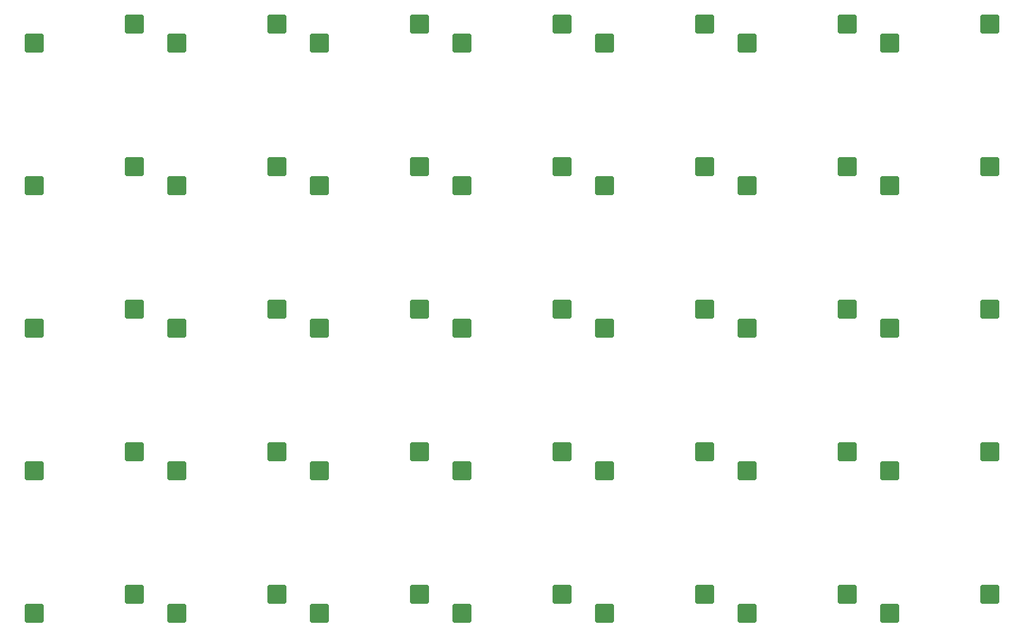
<source format=gbr>
%TF.GenerationSoftware,KiCad,Pcbnew,7.0.5*%
%TF.CreationDate,2023-07-21T14:17:18+03:00*%
%TF.ProjectId,MacroPadPlate,4d616372-6f50-4616-9450-6c6174652e6b,rev?*%
%TF.SameCoordinates,Original*%
%TF.FileFunction,Paste,Bot*%
%TF.FilePolarity,Positive*%
%FSLAX46Y46*%
G04 Gerber Fmt 4.6, Leading zero omitted, Abs format (unit mm)*
G04 Created by KiCad (PCBNEW 7.0.5) date 2023-07-21 14:17:18*
%MOMM*%
%LPD*%
G01*
G04 APERTURE LIST*
G04 Aperture macros list*
%AMRoundRect*
0 Rectangle with rounded corners*
0 $1 Rounding radius*
0 $2 $3 $4 $5 $6 $7 $8 $9 X,Y pos of 4 corners*
0 Add a 4 corners polygon primitive as box body*
4,1,4,$2,$3,$4,$5,$6,$7,$8,$9,$2,$3,0*
0 Add four circle primitives for the rounded corners*
1,1,$1+$1,$2,$3*
1,1,$1+$1,$4,$5*
1,1,$1+$1,$6,$7*
1,1,$1+$1,$8,$9*
0 Add four rect primitives between the rounded corners*
20,1,$1+$1,$2,$3,$4,$5,0*
20,1,$1+$1,$4,$5,$6,$7,0*
20,1,$1+$1,$6,$7,$8,$9,0*
20,1,$1+$1,$8,$9,$2,$3,0*%
G04 Aperture macros list end*
%ADD10RoundRect,0.250000X1.025000X1.000000X-1.025000X1.000000X-1.025000X-1.000000X1.025000X-1.000000X0*%
G04 APERTURE END LIST*
D10*
%TO.C,MX20*%
X98189300Y-76350000D03*
X111639300Y-73810000D03*
%TD*%
%TO.C,MX9*%
X174389300Y-57300000D03*
X187839300Y-54760000D03*
%TD*%
%TO.C,MX31*%
X155339300Y-114450000D03*
X168789300Y-111910000D03*
%TD*%
%TO.C,MX18*%
X136289300Y-76350000D03*
X149739300Y-73810000D03*
%TD*%
%TO.C,MX7*%
X79139300Y-38250000D03*
X92589300Y-35710000D03*
%TD*%
%TO.C,MX33*%
X117239300Y-114450000D03*
X130689300Y-111910000D03*
%TD*%
%TO.C,MX26*%
X117239300Y-95400000D03*
X130689300Y-92860000D03*
%TD*%
%TO.C,MX4*%
X136289300Y-38250000D03*
X149739300Y-35710000D03*
%TD*%
%TO.C,MX16*%
X174389300Y-76350000D03*
X187839300Y-73810000D03*
%TD*%
%TO.C,MX12*%
X117239300Y-57300000D03*
X130689300Y-54760000D03*
%TD*%
%TO.C,MX35*%
X79139300Y-114450000D03*
X92589300Y-111910000D03*
%TD*%
%TO.C,MX17*%
X155339300Y-76350000D03*
X168789300Y-73810000D03*
%TD*%
%TO.C,MX13*%
X98189300Y-57300000D03*
X111639300Y-54760000D03*
%TD*%
%TO.C,MX28*%
X79139300Y-95400000D03*
X92589300Y-92860000D03*
%TD*%
%TO.C,MX3*%
X155339300Y-38250000D03*
X168789300Y-35710000D03*
%TD*%
%TO.C,MX14*%
X79139300Y-57300000D03*
X92589300Y-54760000D03*
%TD*%
%TO.C,MX22*%
X193439300Y-95400000D03*
X206889300Y-92860000D03*
%TD*%
%TO.C,MX30*%
X174389300Y-114450000D03*
X187839300Y-111910000D03*
%TD*%
%TO.C,MX8*%
X193439300Y-57300000D03*
X206889300Y-54760000D03*
%TD*%
%TO.C,MX5*%
X117239300Y-38250000D03*
X130689300Y-35710000D03*
%TD*%
%TO.C,MX29*%
X193439300Y-114450000D03*
X206889300Y-111910000D03*
%TD*%
%TO.C,MX25*%
X136289300Y-95400000D03*
X149739300Y-92860000D03*
%TD*%
%TO.C,MX1*%
X193439300Y-38250000D03*
X206889300Y-35710000D03*
%TD*%
%TO.C,MX24*%
X155339300Y-95400000D03*
X168789300Y-92860000D03*
%TD*%
%TO.C,MX15*%
X193439300Y-76350000D03*
X206889300Y-73810000D03*
%TD*%
%TO.C,MX32*%
X136289300Y-114450000D03*
X149739300Y-111910000D03*
%TD*%
%TO.C,MX6*%
X98189300Y-38250000D03*
X111639300Y-35710000D03*
%TD*%
%TO.C,MX11*%
X136289300Y-57300000D03*
X149739300Y-54760000D03*
%TD*%
%TO.C,MX34*%
X98189300Y-114450000D03*
X111639300Y-111910000D03*
%TD*%
%TO.C,MX10*%
X155339300Y-57300000D03*
X168789300Y-54760000D03*
%TD*%
%TO.C,MX2*%
X174389300Y-38250000D03*
X187839300Y-35710000D03*
%TD*%
%TO.C,MX27*%
X98189300Y-95400000D03*
X111639300Y-92860000D03*
%TD*%
%TO.C,MX21*%
X79139300Y-76350000D03*
X92589300Y-73810000D03*
%TD*%
%TO.C,MX23*%
X174389300Y-95400000D03*
X187839300Y-92860000D03*
%TD*%
%TO.C,MX19*%
X117239300Y-76350000D03*
X130689300Y-73810000D03*
%TD*%
M02*

</source>
